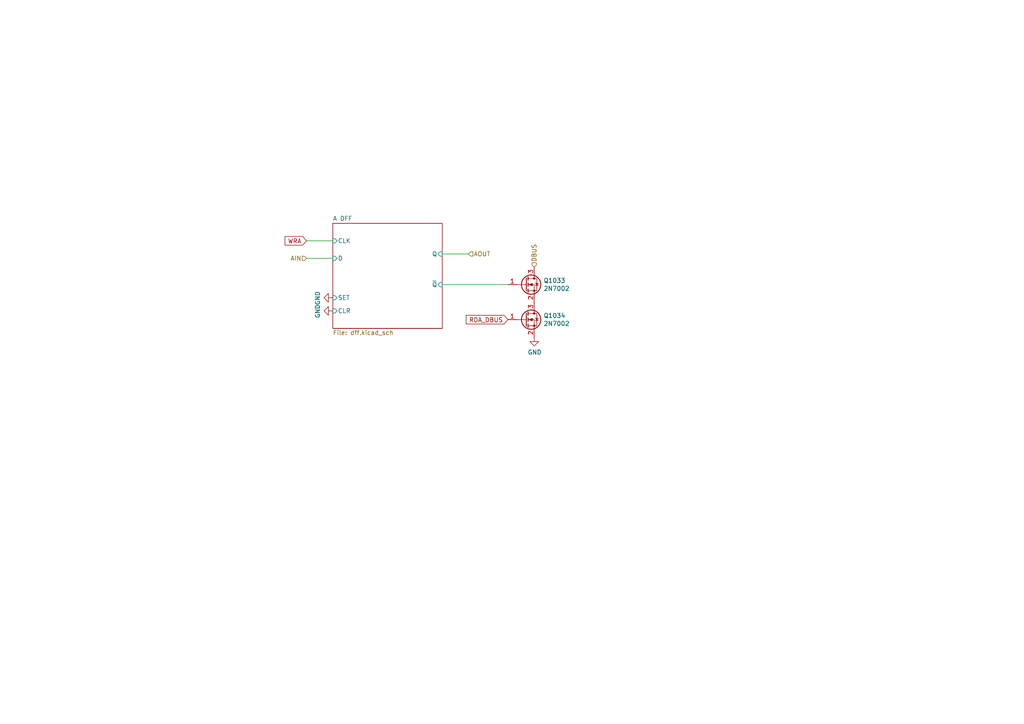
<source format=kicad_sch>
(kicad_sch (version 20210126) (generator eeschema)
  (paper "A4")
  (title_block (title "Q2 A Register Bit") (date "2021-01-30") (rev "1") (company "joewing.net"))
  (lib_symbols
    (symbol "Transistor_FET:2N7002" (pin_names hide)
      (property "Reference" "Q" (at 5.08 1.905 0))
      (property "Value" "2N7002" (at 5.08 0 0))
      (symbol "2N7002_0_1"
        (circle (center 1.651 0) (radius 2.794) (stroke (width 0.254)))
        (circle (center 2.54 -1.778) (radius 0.254) (fill (type outline)))
        (circle (center 2.54 1.778) (radius 0.254) (fill (type outline)))
        (polyline (pts (xy 0.254 0) (xy -2.54 0)))
        (polyline (pts (xy 0.254 1.905) (xy 0.254 -1.905)) (stroke (width 0.254)))
        (polyline (pts (xy 0.762 -1.27) (xy 0.762 -2.286)) (stroke (width 0.254)))
        (polyline (pts (xy 0.762 0.508) (xy 0.762 -0.508)) (stroke (width 0.254)))
        (polyline (pts (xy 0.762 2.286) (xy 0.762 1.27)) (stroke (width 0.254)))
        (polyline (pts (xy 2.54 2.54) (xy 2.54 1.778)))
        (polyline (pts (xy 2.54 -2.54) (xy 2.54 0) (xy 0.762 0)))
        (polyline (pts (xy 0.762 -1.778) (xy 3.302 -1.778) (xy 3.302 1.778) (xy 0.762 1.778)))
        (polyline (pts (xy 1.016 0) (xy 2.032 0.381) (xy 2.032 -0.381) (xy 1.016 0)) (fill (type outline)))
        (polyline (pts (xy 2.794 0.508) (xy 2.921 0.381) (xy 3.683 0.381) (xy 3.81 0.254)))
        (polyline (pts (xy 3.302 0.381) (xy 2.921 -0.254) (xy 3.683 -0.254) (xy 3.302 0.381)))
      )
      (symbol "2N7002_1_1"
        (pin input line (at -5.08 0 0) (length 2.54) (name "G") (number "1"))
        (pin passive line (at 2.54 -5.08 90) (length 2.54) (name "S") (number "2"))
        (pin passive line (at 2.54 5.08 270) (length 2.54) (name "D") (number "3"))
      )
    )
    (symbol "power:GND" (power) (pin_names (offset 0))
      (property "Value" "GND" (at 0 -3.81 0))
      (symbol "GND_0_1"
        (polyline (pts (xy 0 0) (xy 0 -1.27) (xy 1.27 -1.27) (xy 0 -2.54) (xy -1.27 -1.27) (xy 0 -1.27)))
      )
      (symbol "GND_1_1"
        (pin power_in line (at 0 0 270) (length 0) hide (name "GND") (number "1"))
      )
    )
  )
  (wire (pts (xy 88.9 69.85) (xy 96.52 69.85)))
  (wire (pts (xy 88.9 74.93) (xy 96.52 74.93)))
  (wire (pts (xy 128.27 73.66) (xy 135.89 73.66)))
  (wire (pts (xy 128.27 82.55) (xy 147.32 82.55)))
  (global_label "WRA" (shape input) (at 88.9 69.85 180) (property "Intersheet References" "${INTERSHEET_REFS}" (effects hide)))
  (global_label "RDA_DBUS" (shape input) (at 147.32 92.71 180) (property "Intersheet References" "${INTERSHEET_REFS}" (effects hide)))
  (hierarchical_label "AIN" (shape input) (at 88.9 74.93 180))
  (hierarchical_label "AOUT" (shape input) (at 135.89 73.66 0))
  (hierarchical_label "DBUS" (shape input) (at 154.94 77.47 90))
  (symbol (lib_id "power:GND") (at 96.52 86.36 270)
    (property "Reference" "#PWR0851" (effects hide))
    (property "Value" "GND" (at 92.1258 86.487 0))
  )
  (symbol (lib_id "power:GND") (at 96.52 90.17 270)
    (property "Reference" "#PWR0852" (effects hide))
    (property "Value" "GND" (at 92.1258 90.297 0))
  )
  (symbol (lib_id "power:GND") (at 154.94 97.79 0)
    (property "Reference" "#PWR0850" (effects hide))
    (property "Value" "GND" (at 155.067 102.1842 0))
  )
  (symbol (lib_id "Transistor_FET:2N7002") (at 152.4 82.55 0)
    (property "Reference" "Q1033" (at 157.6324 81.3816 0) (effects (justify left)))
    (property "Value" "2N7002" (at 157.6324 83.693 0) (effects (justify left)))
    (property "Footprint" "Package_TO_SOT_SMD:SOT-23" (effects hide))
    (property "Datasheet" "https://www.fairchildsemi.com/datasheets/2N/2N7002.pdf" (effects hide))
    (property "LCSC" "C8545" (effects hide))
  )
  (symbol (lib_id "Transistor_FET:2N7002") (at 152.4 92.71 0)
    (property "Reference" "Q1034" (at 157.6324 91.5416 0) (effects (justify left)))
    (property "Value" "2N7002" (at 157.6324 93.853 0) (effects (justify left)))
    (property "Footprint" "Package_TO_SOT_SMD:SOT-23" (effects hide))
    (property "Datasheet" "https://www.fairchildsemi.com/datasheets/2N/2N7002.pdf" (effects hide))
    (property "LCSC" "C8545" (effects hide))
  )
  (sheet (at 96.52 64.77) (size 31.75 30.48)
    (property "Sheet name" "A DFF" (at 96.52 64.1345 0) (effects (justify left bottom)))
    (property "Sheet file" "dff.kicad_sch" (at 96.52 95.7585 0) (effects (justify left top)))
    (pin "Q" input (at 128.27 73.66 0))
    (pin "~Q" input (at 128.27 82.55 0))
    (pin "CLK" input (at 96.52 69.85 180))
    (pin "D" input (at 96.52 74.93 180))
    (pin "SET" input (at 96.52 86.36 180))
    (pin "CLR" input (at 96.52 90.17 180))
  )
)
</source>
